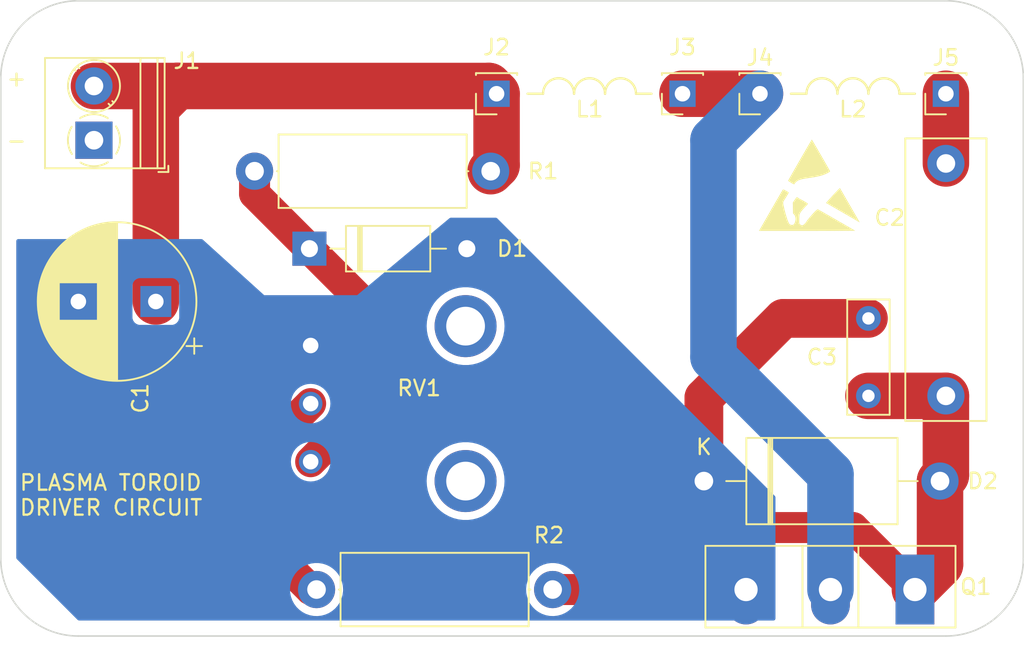
<source format=kicad_pcb>
(kicad_pcb (version 20211014) (generator pcbnew)
  (layers (0 "F.Cu" signal) (31 "B.Cu" signal) (34 "B.Paste" user) (35 "F.Paste" user) (36 "B.SilkS" user "B.Silkscreen") (37 "F.SilkS" user "F.Silkscreen") (38 "B.Mask" user) (39 "F.Mask" user) (44 "Edge.Cuts" user))
  (net 0 "")
  (net 1 "Net-(J3-Pad1)")
  (net 2 "GND")
  (net 3 "Net-(C2-Pad1)")
  (net 4 "Net-(C2-Pad2)")
  (net 5 "Net-(D1-Pad1)")
  (net 6 "+15V")
  (net 7 "Net-(R2-Pad2)")
  (footprint "Capacitor_THT:C_Rect_L7.2mm_W2.5mm_P5.00mm_FKS2_FKP2_MKS2_MKP2" (layer "F.Cu") (at 216 111.5 90)
    (fp_text reference "C3" (at 2.5 -3 180) (layer "F.SilkS"))
    (fp_text value "4.7n" hide)
    (fp_line (start -1.22 1.37) (end 6.22 1.37) (layer "F.SilkS") (width 0.12))
    (fp_line (start 6.22 -1.37) (end 6.22 1.37) (layer "F.SilkS") (width 0.12))
    (fp_line (start -1.22 -1.37) (end -1.22 1.37) (layer "F.SilkS") (width 0.12))
    (fp_line (start -1.22 -1.37) (end 6.22 -1.37) (layer "F.SilkS") (width 0.12))
    (pad "1" thru_hole circle (at 0 0 90) (size 1.6 1.6) (drill 0.8) (layers *.Cu *.Mask) (net 4 "Net-(C2-Pad2)"))
    (pad "2" thru_hole circle (at 5 0 90) (size 1.6 1.6) (drill 0.8) (layers *.Cu *.Mask) (net 2 "GND"))
  )
  (footprint "Capacitor_THT:C_Rect_L18.0mm_W5.0mm_P15.00mm_FKS3_FKP3" (layer "F.Cu") (at 221 96.5 -90)
    (fp_text reference "C2" (at 3.5 3.63 180) (layer "F.SilkS"))
    (fp_text value "100p" hide)
    (fp_line (start 16.62 -2.62) (end 16.62 2.62) (layer "F.SilkS") (width 0.12))
    (fp_line (start -1.62 -2.62) (end -1.62 2.62) (layer "F.SilkS") (width 0.12))
    (fp_line (start -1.62 2.62) (end 16.62 2.62) (layer "F.SilkS") (width 0.12))
    (fp_line (start -1.62 -2.62) (end 16.62 -2.62) (layer "F.SilkS") (width 0.12))
    (pad "1" thru_hole circle (at 0 0 270) (size 2.4 2.4) (drill 1.2) (layers *.Cu *.Mask) (net 3 "Net-(C2-Pad1)"))
    (pad "2" thru_hole circle (at 15 0 270) (size 2.4 2.4) (drill 1.2) (layers *.Cu *.Mask) (net 4 "Net-(C2-Pad2)"))
  )
  (footprint "Connector_PinSocket_2.54mm:PinSocket_1x01_P2.54mm_Vertical" (layer "F.Cu") (at 221 92 180)
    (fp_text reference "J5" (at 0 2.33) (layer "F.SilkS"))
    (fp_text value "Conn_01x01" hide)
    (fp_line (start 1.33 -1.33) (end 1.33 0) (layer "F.SilkS") (width 0.12))
    (fp_line (start 0 -1.33) (end 1.33 -1.33) (layer "F.SilkS") (width 0.12))
    (fp_line (start -1.33 1.21) (end -1.33 1.33) (layer "F.SilkS") (width 0.12))
    (fp_line (start 1.33 1.21) (end 1.33 1.33) (layer "F.SilkS") (width 0.12))
    (fp_line (start -1.33 1.33) (end 1.33 1.33) (layer "F.SilkS") (width 0.12))
    (pad "1" thru_hole rect (at 0 0 180) (size 1.7 1.7) (drill 1) (layers *.Cu *.Mask) (net 3 "Net-(C2-Pad1)"))
  )
  (footprint "Diode_THT:D_DO-41_SOD81_P10.16mm_Horizontal" (layer "F.Cu") (at 179.92 102)
    (fp_text reference "D1" (at 13.08 0) (layer "F.SilkS"))
    (fp_text value "12v" hide)
    (fp_line (start 3.38 -1.47) (end 3.38 1.47) (layer "F.SilkS") (width 0.12))
    (fp_line (start 1.34 0) (end 2.36 0) (layer "F.SilkS") (width 0.12))
    (fp_line (start 7.8 1.47) (end 7.8 -1.47) (layer "F.SilkS") (width 0.12))
    (fp_line (start 8.82 0) (end 7.8 0) (layer "F.SilkS") (width 0.12))
    (fp_line (start 2.36 1.47) (end 7.8 1.47) (layer "F.SilkS") (width 0.12))
    (fp_line (start 7.8 -1.47) (end 2.36 -1.47) (layer "F.SilkS") (width 0.12))
    (fp_line (start 3.14 -1.47) (end 3.14 1.47) (layer "F.SilkS") (width 0.12))
    (fp_line (start 2.36 -1.47) (end 2.36 1.47) (layer "F.SilkS") (width 0.12))
    (fp_line (start 3.26 -1.47) (end 3.26 1.47) (layer "F.SilkS") (width 0.12))
    (pad "1" thru_hole rect (at 0 0) (size 2.2 2.2) (drill 1.1) (layers *.Cu *.Mask) (net 5 "Net-(D1-Pad1)"))
    (pad "2" thru_hole oval (at 10.16 0) (size 2.2 2.2) (drill 1.1) (layers *.Cu *.Mask) (net 2 "GND"))
  )
  (footprint "Symbol:ESD-Logo_6.6x6mm_SilkScreen" (layer "F.Cu") (at 212.1916 97.8916)
    (fp_text reference "REF**" hide)
    (fp_text value "ESD-Logo_6.6x6mm_SilkScreen" hide)
    (fp_poly (pts (xy 0.164043 -2.914165) (xy 0.187065 -2.876755) (xy 0.222534 -2.817486) (xy 0.268996 -2.738882) (xy 0.324996 -2.643462) (xy 0.389081 -2.53375) (xy 0.459796 -2.412266) (xy 0.535687 -2.281532) (xy 0.615299 -2.14407) (xy 0.697178 -2.002402) (xy 0.77987 -1.859049) (xy 0.861921 -1.716533) (xy 0.941876 -1.577376) (xy 1.018281 -1.444099) (xy 1.089682 -1.319224) (xy 1.154624 -1.205273) (xy 1.211653 -1.104767) (xy 1.259315 -1.020228) (xy 1.296155 -0.954178) (xy 1.32072 -0.909138) (xy 1.331554 -0.88763) (xy 1.331951 -0.886286) (xy 1.318501 -0.868035) (xy 1.281114 -0.840118) (xy 1.224235 -0.805275) (xy 1.152312 -0.766246) (xy 1.077015 -0.729157) (xy 0.97456 -0.684183) (xy 0.866817 -0.643774) (xy 0.750073 -0.607031) (xy 0.620618 -0.573058) (xy 0.47474 -0.540956) (xy 0.308726 -0.509827) (xy 0.118866 -0.478773) (xy -0.077531 -0.449855) (xy -0.248166 -0.4242) (xy -0.391455 -0.398802) (xy -0.510992 -0.372398) (xy -0.61037 -0.343727) (xy -0.693182 -0.311527) (xy -0.763022 -0.274535) (xy -0.823482 -0.231488) (xy -0.878155 -0.181125) (xy -0.895786 -0.162417) (xy -0.934 -0.118861) (xy -0.962268 -0.083318) (xy -0.975382 -0.062417) (xy -0.975732 -0.060703) (xy -0.98032 -0.050194) (xy -0.996242 -0.050076) (xy -1.026734 -0.061746) (xy -1.075032 -0.086604) (xy -1.144373 -0.126048) (xy -1.192561 -0.154413) (xy -1.264417 -0.198753) (xy -1.320258 -0.236721) (xy -1.356333 -0.265584) (xy -1.368887 -0.282612) (xy -1.368879 -0.282736) (xy -1.361094 -0.298963) (xy -1.339108 -0.3396) (xy -1.304197 -0.402433) (xy -1.257637 -0.485248) (xy -1.200705 -0.585828) (xy -1.134677 -0.70196) (xy -1.060828 -0.831429) (xy -0.980436 -0.97202) (xy -0.894776 -1.121518) (xy -0.805124 -1.277708) (xy -0.712757 -1.438376) (xy -0.618951 -1.601307) (xy -0.524982 -1.764287) (xy -0.432126 -1.9251) (xy -0.34166 -2.081532) (xy -0.254859 -2.231367) (xy -0.173 -2.372392) (xy -0.097359 -2.502391) (xy -0.029213 -2.619151) (xy 0.030163 -2.720455) (xy 0.079493 -2.804089) (xy 0.1175 -2.867838) (xy 0.142907 -2.909489) (xy 0.15444 -2.926825) (xy 0.154923 -2.927195) (xy 0.164043 -2.914165)) (layer "F.SilkS") (width 0.01) (fill solid))
    (fp_poly (pts (xy -1.677906 0.291158) (xy -1.645381 0.303736) (xy -1.595807 0.328712) (xy -1.524626 0.367876) (xy -1.519084 0.370988) (xy -1.453526 0.408476) (xy -1.398202 0.441319) (xy -1.358545 0.466205) (xy -1.339988 0.47982) (xy -1.339469 0.480487) (xy -1.343952 0.49939) (xy -1.364514 0.541605) (xy -1.399817 0.604832) (xy -1.44852 0.686772) (xy -1.509282 0.785122) (xy -1.580764 0.897585) (xy -1.598555 0.925165) (xy -1.644907 1.001699) (xy -1.678658 1.067556) (xy -1.696847 1.116782) (xy -1.698714 1.126507) (xy -1.697885 1.169312) (xy -1.688606 1.237209) (xy -1.672032 1.325843) (xy -1.64932 1.430859) (xy -1.621627 1.547902) (xy -1.59011 1.672616) (xy -1.555925 1.800645) (xy -1.520229 1.927634) (xy -1.484179 2.049228) (xy -1.448932 2.161072) (xy -1.415644 2.25881) (xy -1.385472 2.338087) (xy -1.364439 2.385122) (xy -1.339663 2.435225) (xy -1.31627 2.483168) (xy -1.315003 2.485793) (xy -1.276301 2.53422) (xy -1.219816 2.566828) (xy -1.154061 2.582454) (xy -1.087549 2.579937) (xy -1.028795 2.558114) (xy -0.995742 2.529382) (xy -0.948141 2.450583) (xy -0.913261 2.352378) (xy -0.894123 2.244779) (xy -0.891412 2.18378) (xy -0.90233 2.069935) (xy -0.934376 1.97566) (xy -0.989274 1.896379) (xy -1.006393 1.878733) (xy -1.057339 1.829235) (xy -1.060837 1.479362) (xy -1.064336 1.129489) (xy -0.975182 0.994531) (xy -0.933346 0.933445) (xy -0.893055 0.878493) (xy -0.860057 0.837336) (xy -0.845874 0.822192) (xy -0.805719 0.78481) (xy -0.751335 0.814098) (xy -0.716961 0.835084) (xy -0.698154 0.851378) (xy -0.696951 0.854307) (xy -0.684097 0.866728) (xy -0.662104 0.875977) (xy -0.64085 0.884313) (xy -0.608306 0.900149) (xy -0.561678 0.925033) (xy -0.498171 0.960509) (xy -0.414992 1.008123) (xy -0.309347 1.069422) (xy -0.251938 1.102932) (xy -0.184406 1.143071) (xy -0.140115 1.171659) (xy -0.115145 1.192039) (xy -0.105577 1.207553) (xy -0.107492 1.221546) (xy -0.109089 1.224796) (xy -0.124624 1.245266) (xy -0.157864 1.283665) (xy -0.204938 1.335696) (xy -0.261972 1.397066) (xy -0.3113 1.44909) (xy -0.42497 1.572567) (xy -0.513895 1.679591) (xy -0.578866 1.77124) (xy -0.620679 1.848588) (xy -0.634783 1.887866) (xy -0.640608 1.922249) (xy -0.646625 1.980899) (xy -0.652304 2.057117) (xy -0.657116 2.144202) (xy -0.659381 2.199268) (xy -0.662541 2.294464) (xy -0.663931 2.364062) (xy -0.663142 2.413409) (xy -0.659765 2.447854) (xy -0.653392 2.472743) (xy -0.643613 2.493425) (xy -0.635933 2.506053) (xy -0.591579 2.554726) (xy -0.534426 2.588645) (xy -0.474292 2.603438) (xy -0.429227 2.598086) (xy -0.388424 2.57493) (xy -0.337276 2.533462) (xy -0.282958 2.480912) (xy -0.232643 2.424516) (xy -0.193506 2.371505) (xy -0.179095 2.345889) (xy -0.157509 2.310814) (xy -0.118247 2.257389) (xy -0.064898 2.189789) (xy -0.001048 2.11219) (xy 0.069715 2.028768) (xy 0.143804 1.943698) (xy 0.217632 1.861155) (xy 0.287611 1.785316) (xy 0.350155 1.720356) (xy 0.39926 1.672669) (xy 0.453779 1.625032) (xy 0.499642 1.589908) (xy 0.531811 1.570949) (xy 0.542489 1.568864) (xy 0.558853 1.577274) (xy 0.599671 1.599846) (xy 0.662586 1.635224) (xy 0.745244 1.682054) (xy 0.845289 1.738981) (xy 0.960366 1.804649) (xy 1.088119 1.877703) (xy 1.226194 1.956788) (xy 1.372234 2.040548) (xy 1.523884 2.127629) (xy 1.67879 2.216676) (xy 1.834595 2.306332) (xy 1.988944 2.395243) (xy 2.139482 2.482054) (xy 2.283854 2.565409) (xy 2.419704 2.643954) (xy 2.544677 2.716333) (xy 2.656417 2.78119) (xy 2.75257 2.837171) (xy 2.830779 2.88292) (xy 2.888689 2.917083) (xy 2.923946 2.938304) (xy 2.934165 2.944963) (xy 2.920402 2.94628) (xy 2.877104 2.947559) (xy 2.805714 2.948796) (xy 2.707673 2.949983) (xy 2.584422 2.951115) (xy 2.437403 2.952186) (xy 2.268057 2.953189) (xy 2.077826 2.954119) (xy 1.868151 2.954968) (xy 1.640473 2.955732) (xy 1.396235 2.956403) (xy 1.136877 2.956976) (xy 0.863841 2.957444) (xy 0.578568 2.957802) (xy 0.2825 2.958042) (xy -0.022921 2.958159) (xy -0.151076 2.958171) (xy -3.25103 2.958171) (xy -3.029947 2.574847) (xy -2.983144 2.49368) (xy -2.922898 2.389166) (xy -2.851222 2.264801) (xy -2.770131 2.124082) (xy -2.681638 1.970503) (xy -2.58776 1.807562) (xy -2.490509 1.638754) (xy -2.3919 1.467575) (xy -2.293947 1.297521) (xy -2.269175 1.254512) (xy -2.178848 1.097857) (xy -2.092711 0.948803) (xy -2.012058 0.809568) (xy -1.938184 0.682371) (xy -1.872383 0.569432) (xy -1.81595 0.472968) (xy -1.770179 0.3952) (xy -1.736365 0.338346) (xy -1.715802 0.304625) (xy -1.710047 0.29604) (xy -1.697942 0.289189) (xy -1.677906 0.291158)) (layer "F.SilkS") (width 0.01) (fill solid))
    (fp_poly (pts (xy 1.987528 0.234619) (xy 1.998908 0.253693) (xy 2.024488 0.297421) (xy 2.063002 0.363619) (xy 2.113186 0.450102) (xy 2.173775 0.554685) (xy 2.243503 0.675183) (xy 2.321107 0.809412) (xy 2.40532 0.955187) (xy 2.494879 1.110323) (xy 2.586998 1.27) (xy 2.681076 1.433117) (xy 2.771402 1.589709) (xy 2.856665 1.737506) (xy 2.935557 1.87424) (xy 3.006769 1.997642) (xy 3.068991 2.105444) (xy 3.120913 2.195377) (xy 3.161228 2.265173) (xy 3.188624 2.312564) (xy 3.201507 2.334786) (xy 3.222507 2.37233) (xy 3.233925 2.395831) (xy 3.234551 2.39992) (xy 3.220636 2.392242) (xy 3.181941 2.370203) (xy 3.120487 2.334971) (xy 3.038298 2.287711) (xy 2.937396 2.229589) (xy 2.819805 2.161771) (xy 2.687546 2.085424) (xy 2.542642 2.001714) (xy 2.387117 1.911806) (xy 2.222992 1.816867) (xy 2.160549 1.780732) (xy 1.993487 1.684083) (xy 1.834074 1.591938) (xy 1.684355 1.505475) (xy 1.546376 1.425871) (xy 1.422185 1.354305) (xy 1.313827 1.291955) (xy 1.223348 1.239998) (xy 1.152796 1.199613) (xy 1.104215 1.171978) (xy 1.079654 1.158272) (xy 1.077085 1.156974) (xy 1.084569 1.14522) (xy 1.110614 1.113795) (xy 1.152559 1.065594) (xy 1.207746 1.00351) (xy 1.273517 0.930439) (xy 1.347212 0.849276) (xy 1.426173 0.762916) (xy 1.50774 0.674253) (xy 1.589254 0.586182) (xy 1.668057 0.501599) (xy 1.74149 0.423397) (xy 1.806893 0.354472) (xy 1.861608 0.297719) (xy 1.902977 0.256032) (xy 1.917164 0.242363) (xy 1.96418 0.198201) (xy 1.987528 0.234619)) (layer "F.SilkS") (width 0.01) (fill solid))
  )
  (footprint "Capacitor_THT:CP_Radial_D10.0mm_P5.00mm" (layer "F.Cu") (at 170.007677 105.41 180)
    (fp_text reference "C1" (at 1 -6.25 90) (layer "F.SilkS"))
    (fp_text value "10u" hide)
    (fp_line (start 6.541 -3.106) (end 6.541 3.106) (layer "F.SilkS") (width 0.12))
    (fp_line (start 4.781 -4.545) (end 4.781 -1.241) (layer "F.SilkS") (width 0.12))
    (fp_line (start 5.261 -4.273) (end 5.261 -1.241) (layer "F.SilkS") (width 0.12))
    (fp_line (start 4.301 -4.754) (end 4.301 -1.241) (layer "F.SilkS") (width 0.12))
    (fp_line (start 7.061 -2.289) (end 7.061 2.289) (layer "F.SilkS") (width 0.12))
    (fp_line (start 4.461 -4.69) (end 4.461 -1.241) (layer "F.SilkS") (width 0.12))
    (fp_line (start 4.981 -4.44) (end 4.981 -1.241) (layer "F.SilkS") (width 0.12))
    (fp_line (start 4.661 -4.603) (end 4.661 -1.241) (layer "F.SilkS") (width 0.12))
    (fp_line (start 3.421 -4.997) (end 3.421 4.997) (layer "F.SilkS") (width 0.12))
    (fp_line (start 4.421 1.241) (end 4.421 4.707) (layer "F.SilkS") (width 0.12))
    (fp_line (start 5.981 -3.716) (end 5.981 -1.241) (layer "F.SilkS") (width 0.12))
    (fp_line (start 5.341 -4.221) (end 5.341 -1.241) (layer "F.SilkS") (width 0.12))
    (fp_line (start 4.741 1.241) (end 4.741 4.564) (layer "F.SilkS") (width 0.12))
    (fp_line (start 4.581 -4.639) (end 4.581 -1.241) (layer "F.SilkS") (width 0.12))
    (fp_line (start 4.901 1.241) (end 4.901 4.483) (layer "F.SilkS") (width 0.12))
    (fp_line (start 5.741 1.241) (end 5.741 3.925) (layer "F.SilkS") (width 0.12))
    (fp_line (start 6.421 -3.254) (end 6.421 3.254) (layer "F.SilkS") (width 0.12))
    (fp_line (start 4.381 1.241) (end 4.381 4.723) (layer "F.SilkS") (width 0.12))
    (fp_line (start 5.381 -4.194) (end 5.381 -1.241) (layer "F.SilkS") (width 0.12))
    (fp_line (start 5.021 -4.417) (end 5.021 -1.241) (layer "F.SilkS") (width 0.12))
    (fp_line (start 3.581 -4.965) (end 3.581 4.965) (layer "F.SilkS") (width 0.12))
    (fp_line (start 3.541 -4.974) (end 3.541 4.974) (layer "F.SilkS") (width 0.12))
    (fp_line (start 4.701 1.241) (end 4.701 4.584) (layer "F.SilkS") (width 0.12))
    (fp_line (start 6.221 1.241) (end 6.221 3.478) (layer "F.SilkS") (width 0.12))
    (fp_line (start 4.421 -4.707) (end 4.421 -1.241) (layer "F.SilkS") (width 0.12))
    (fp_line (start 4.701 -4.584) (end 4.701 -1.241) (layer "F.SilkS") (width 0.12))
    (fp_line (start 5.861 -3.824) (end 5.861 -1.241) (layer "F.SilkS") (width 0.12))
    (fp_line (start 3.261 -5.024) (end 3.261 5.024) (layer "F.SilkS") (width 0.12))
    (fp_line (start 5.821 -3.858) (end 5.821 -1.241) (layer "F.SilkS") (width 0.12))
    (fp_line (start 2.94 -5.062) (end 2.94 5.062) (layer "F.SilkS") (width 0.12))
    (fp_line (start 3.461 -4.99) (end 3.461 4.99) (layer "F.SilkS") (width 0.12))
    (fp_line (start 4.101 1.241) (end 4.101 4.824) (layer "F.SilkS") (width 0.12))
    (fp_line (start 6.061 -3.64) (end 6.061 -1.241) (layer "F.SilkS") (width 0.12))
    (fp_line (start 4.021 1.241) (end 4.021 4.85) (layer "F.SilkS") (width 0.12))
    (fp_line (start 5.061 -4.395) (end 5.061 -1.241) (layer "F.SilkS") (width 0.12))
    (fp_line (start 4.661 1.241) (end 4.661 4.603) (layer "F.SilkS") (width 0.12))
    (fp_line (start 3.02 -5.054) (end 3.02 5.054) (layer "F.SilkS") (width 0.12))
    (fp_line (start 6.141 1.241) (end 6.141 3.561) (layer "F.SilkS") (width 0.12))
    (fp_line (start 6.261 -3.436) (end 6.261 3.436) (layer "F.SilkS") (width 0.12))
    (fp_line (start 6.581 -3.054) (end 6.581 3.054) (layer "F.SilkS") (width 0.12))
    (fp_line (start 5.461 -4.138) (end 5.461 -1.241) (layer "F.SilkS") (width 0.12))
    (fp_line (start 3.381 -5.004) (end 3.381 5.004) (layer "F.SilkS") (width 0.12))
    (fp_line (start 5.541 -4.08) (end 5.541 -1.241) (layer "F.SilkS") (width 0.12))
    (fp_line (start 4.101 -4.824) (end 4.101 -1.241) (layer "F.SilkS") (width 0.12))
    (fp_line (start 5.781 -3.892) (end 5.781 -1.241) (layer "F.SilkS") (width 0.12))
    (fp_line (start 5.541 1.241) (end 5.541 4.08) (layer "F.SilkS") (width 0.12))
    (fp_line (start 5.141 -4.347) (end 5.141 -1.241) (layer "F.SilkS") (width 0.12))
    (fp_line (start 5.061 1.241) (end 5.061 4.395) (layer "F.SilkS") (width 0.12))
    (fp_line (start 5.821 1.241) (end 5.821 3.858) (layer "F.SilkS") (width 0.12))
    (fp_line (start 6.821 -2.709) (end 6.821 2.709) (layer "F.SilkS") (width 0.12))
    (fp_line (start 6.981 -2.439) (end 6.981 2.439) (layer "F.SilkS") (width 0.12))
    (fp_line (start 3.221 -5.03) (end 3.221 5.03) (layer "F.SilkS") (width 0.12))
    (fp_line (start 6.701 -2.889) (end 6.701 2.889) (layer "F.SilkS") (width 0.12))
    (fp_line (start 6.101 -3.601) (end 6.101 -1.241) (layer "F.SilkS") (width 0.12))
    (fp_line (start 5.181 -4.323) (end 5.181 -1.241) (layer "F.SilkS") (width 0.12))
    (fp_line (start 6.781 -2.77) (end 6.781 2.77) (layer "F.SilkS") (width 0.12))
    (fp_line (start 4.261 1.241) (end 4.261 4.768) (layer "F.SilkS") (width 0.12))
    (fp_line (start 4.261 -4.768) (end 4.261 -1.241) (layer "F.SilkS") (width 0.12))
    (fp_line (start 2.78 -5.073) (end 2.78 5.073) (layer "F.SilkS") (width 0.12))
    (fp_line (start 4.141 1.241) (end 4.141 4.811) (layer "F.SilkS") (width 0.12))
    (fp_line (start 5.981 1.241) (end 5.981 3.716) (layer "F.SilkS") (width 0.12))
    (fp_line (start 4.221 -4.783) (end 4.221 -1.241) (layer "F.SilkS") (width 0.12))
    (fp_line (start 5.101 1.241) (end 5.101 4.371) (layer "F.SilkS") (width 0.12))
    (fp_line (start 2.82 -5.07) (end 2.82 5.07) (layer "F.SilkS") (width 0.12))
    (fp_line (start 5.621 1.241) (end 5.621 4.02) (layer "F.SilkS") (width 0.12))
    (fp_line (start 2.7 -5.077) (end 2.7 5.077) (layer "F.SilkS") (width 0.12))
    (fp_line (start 2.66 -5.078) (end 2.66 5.078) (layer "F.SilkS") (width 0.12))
    (fp_line (start 7.541 -0.862) (end 7.541 0.862) (layer "F.SilkS") (width 0.12))
    (fp_line (start 3.901 1.241) (end 3.901 4.885) (layer "F.SilkS") (width 0.12))
    (fp_line (start 7.221 -1.944) (end 7.221 1.944) (layer "F.SilkS") (width 0.12))
    (fp_line (start 7.181 -2.037) (end 7.181 2.037) (layer "F.SilkS") (width 0.12))
    (fp_line (start 5.261 1.241) (end 5.261 4.273) (layer "F.SilkS") (width 0.12))
    (fp_line (start 2.58 -5.08) (end 2.58 5.08) (layer "F.SilkS") (width 0.12))
    (fp_line (start 2.5 -5.08) (end 2.5 5.08) (layer "F.SilkS") (width 0.12))
    (fp_line (start 3.301 -5.018) (end 3.301 5.018) (layer "F.SilkS") (width 0.12))
    (fp_line (start 5.461 1.241) (end 5.461 4.138) (layer "F.SilkS") (width 0.12))
    (fp_line (start 6.661 -2.945) (end 6.661 2.945) (layer "F.SilkS") (width 0.12))
    (fp_line (start 3.14 -5.04) (end 3.14 5.04) (layer "F.SilkS") (width 0.12))
    (fp_line (start 5.661 -3.989) (end 5.661 -1.241) (layer "F.SilkS") (width 0.12))
    (fp_line (start 7.341 -1.63) (end 7.341 1.63) (layer "F.SilkS") (width 0.12))
    (fp_line (start 5.901 1.241) (end 5.901 3.789) (layer "F.SilkS") (width 0.12))
    (fp_line (start 4.941 1.241) (end 4.941 4.462) (layer "F.SilkS") (width 0.12))
    (fp_line (start 4.381 -4.723) (end 4.381 -1.241) (layer "F.SilkS") (width 0.12))
    (fp_line (start 5.021 1.241) (end 5.021 4.417) (layer "F.SilkS") (width 0.12))
    (fp_line (start 4.021 -4.85) (end 4.021 -1.241) (layer "F.SilkS") (width 0.12))
    (fp_line (start 2.98 -5.058) (end 2.98 5.058) (layer "F.SilkS") (width 0.12))
    (fp_line (start 5.101 -4.371) (end 5.101 -1.241) (layer "F.SilkS") (width 0.12))
    (fp_line (start 5.701 -3.957) (end 5.701 -1.241) (layer "F.SilkS") (width 0.12))
    (fp_line (start 2.54 -5.08) (end 2.54 5.08) (layer "F.SilkS") (width 0.12))
    (fp_line (start 4.741 -4.564) (end 4.741 -1.241) (layer "F.SilkS") (width 0.12))
    (fp_line (start 6.301 -3.392) (end 6.301 3.392) (layer "F.SilkS") (width 0.12))
    (fp_line (start 4.901 -4.483) (end 4.901 -1.241) (layer "F.SilkS") (width 0.12))
    (fp_line (start 6.061 1.241) (end 6.061 3.64) (layer "F.SilkS") (width 0.12))
    (fp_line (start 4.341 1.241) (end 4.341 4.738) (layer "F.SilkS") (width 0.12))
    (fp_line (start 6.461 -3.206) (end 6.461 3.206) (layer "F.SilkS") (width 0.12))
    (fp_line (start -2.479646 -3.375) (end -2.479646 -2.375) (layer "F.SilkS") (width 0.12))
    (fp_line (start 4.061 1.241) (end 4.061 4.837) (layer "F.SilkS") (width 0.12))
    (fp_line (start 6.901 -2.579) (end 6.901 2.579) (layer "F.SilkS") (width 0.12))
    (fp_line (start 5.421 1.241) (end 5.421 4.166) (layer "F.SilkS") (width 0.12))
    (fp_line (start 5.781 1.241) (end 5.781 3.892) (layer "F.SilkS") (width 0.12))
    (fp_line (start 2.9 -5.065) (end 2.9 5.065) (layer "F.SilkS") (width 0.12))
    (fp_line (start 6.021 1.241) (end 6.021 3.679) (layer "F.SilkS") (width 0.12))
    (fp_line (start 2.86 -5.068) (end 2.86 5.068) (layer "F.SilkS") (width 0.12))
    (fp_line (start 5.301 -4.247) (end 5.301 -1.241) (layer "F.SilkS") (width 0.12))
    (fp_line (start 5.181 1.241) (end 5.181 4.323) (layer "F.SilkS") (width 0.12))
    (fp_line (start 3.941 -4.874) (end 3.941 -1.241) (layer "F.SilkS") (width 0.12))
    (fp_line (start 5.941 -3.753) (end 5.941 -1.241) (layer "F.SilkS") (width 0.12))
    (fp_line (start 6.021 -3.679) (end 6.021 -1.241) (layer "F.SilkS") (width 0.12))
    (fp_line (start 4.941 -4.462) (end 4.941 -1.241) (layer "F.SilkS") (width 0.12))
    (fp_line (start 4.821 1.241) (end 4.821 4.525) (layer "F.SilkS") (width 0.12))
    (fp_line (start 3.661 -4.947) (end 3.661 4.947) (layer "F.SilkS") (width 0.12))
    (fp_line (start 4.621 -4.621) (end 4.621 -1.241) (layer "F.SilkS") (width 0.12))
    (fp_line (start 5.501 1.241) (end 5.501 4.11) (layer "F.SilkS") (width 0.12))
    (fp_line (start 4.581 1.241) (end 4.581 4.639) (layer "F.SilkS") (width 0.12))
    (fp_line (start 7.421 -1.378) (end 7.421 1.378) (layer "F.SilkS") (width 0.12))
    (fp_line (start 3.901 -4.885) (end 3.901 -1.241) (layer "F.SilkS") (width 0.12))
    (fp_line (start 3.861 -4.897) (end 3.861 -1.241) (layer "F.SilkS") (width 0.12))
    (fp_line (start 5.381 1.241) (end 5.381 4.194) (layer "F.SilkS") (width 0.12))
    (fp_line (start 3.981 1.241) (end 3.981 4.862) (layer "F.SilkS") (width 0.12))
    (fp_line (start 7.501 -1.062) (end 7.501 1.062) (layer "F.SilkS") (width 0.12))
    (fp_line (start 5.661 1.241) (end 5.661 3.989) (layer "F.SilkS") (width 0.12))
    (fp_line (start 4.221 1.241) (end 4.221 4.783) (layer "F.SilkS") (width 0.12))
    (fp_line (start 4.181 -4.797) (end 4.181 -1.241) (layer "F.SilkS") (width 0.12))
    (fp_line (start 7.101 -2.209) (end 7.101 2.209) (layer "F.SilkS") (width 0.12))
    (fp_line (start 5.421 -4.166) (end 5.421 -1.241) (layer "F.SilkS") (width 0.12))
    (fp_line (start 3.701 -4.938) (end 3.701 4.938) (layer "F.SilkS") (width 0.12))
    (fp_line (start 3.861 1.241) (end 3.861 4.897) (layer "F.SilkS") (width 0.12))
    (fp_line (start 4.301 1.241) (end 4.301 4.754) (layer "F.SilkS") (width 0.12))
    (fp_line (start 6.941 -2.51) (end 6.941 2.51) (layer "F.SilkS") (width 0.12))
    (fp_line (start 3.501 -4.982) (end 3.501 4.982) (layer "F.SilkS") (width 0.12))
    (fp_line (start 6.621 -3) (end 6.621 3) (layer "F.SilkS") (width 0.12))
    (fp_line (start 6.141 -3.561) (end 6.141 -1.241) (layer "F.SilkS") (width 0.12))
    (fp_line (start 6.181 -3.52) (end 6.181 -1.241) (layer "F.SilkS") (width 0.12))
    (fp_line (start 4.781 1.241) (end 4.781 4.545) (layer "F.SilkS") (width 0.12))
    (fp_line (start 7.021 -2.365) (end 7.021 2.365) (layer "F.SilkS") (width 0.12))
    (fp_line (start 3.781 -4.918) (end 3.781 -1.241) (layer "F.SilkS") (width 0.12))
    (fp_line (start 5.941 1.241) (end 5.941 3.753) (layer "F.SilkS") (width 0.12))
    (fp_line (start 4.861 -4.504) (end 4.861 -1.241) (layer "F.SilkS") (width 0.12))
    (fp_line (start 4.541 -4.657) (end 4.541 -1.241) (layer "F.SilkS") (width 0.12))
    (fp_line (start 4.341 -4.738) (end 4.341 -1.241) (layer "F.SilkS") (width 0.12))
    (fp_line (start 7.381 -1.51) (end 7.381 1.51) (layer "F.SilkS") (width 0.12))
    (fp_line (start 3.821 -4.907) (end 3.821 -1.241) (layer "F.SilkS") (width 0.12))
    (fp_line (start 4.861 1.241) (end 4.861 4.504) (layer "F.SilkS") (width 0.12))
    (fp_line (start 5.621 -4.02) (end 5.621 -1.241) (layer "F.SilkS") (width 0.12))
    (fp_line (start 4.621 1.241) (end 4.621 4.621) (layer "F.SilkS") (width 0.12))
    (fp_line (start 2.74 -5.075) (end 2.74 5.075) (layer "F.SilkS") (width 0.12))
    (fp_line (start 5.341 1.241) (end 5.341 4.221) (layer "F.SilkS") (width 0.12))
    (fp_line (start 5.221 -4.298) (end 5.221 -1.241) (layer "F.SilkS") (width 0.12))
    (fp_line (start 4.181 1.241) (end 4.181 4.797) (layer "F.SilkS") (width 0.12))
    (fp_line (start 5.901 -3.789) (end 5.901 -1.241) (layer "F.SilkS") (width 0.12))
    (fp_line (start 4.461 1.241) (end 4.461 4.69) (layer "F.SilkS") (width 0.12))
    (fp_line (start 6.101 1.241) (end 6.101 3.601) (layer "F.SilkS") (width 0.12))
    (fp_line (start 6.181 1.241) (end 6.181 3.52) (layer "F.SilkS") (width 0.12))
    (fp_line (start -2.979646 -2.875) (end -1.979646 -2.875) (layer "F.SilkS") (width 0.12))
    (fp_line (start 7.301 -1.742) (end 7.301 1.742) (layer "F.SilkS") (width 0.12))
    (fp_line (start 6.501 -3.156) (end 6.501 3.156) (layer "F.SilkS") (width 0.12))
    (fp_line (start 4.821 -4.525) (end 4.821 -1.241) (layer "F.SilkS") (width 0.12))
    (fp_line (start 3.06 -5.05) (end 3.06 5.05) (layer "F.SilkS") (width 0.12))
    (fp_line (start 3.741 -4.928) (end 3.741 4.928) (layer "F.SilkS") (width 0.12))
    (fp_line (start 3.941 1.241) (end 3.941 4.874) (layer "F.SilkS") (width 0.12))
    (fp_line (start 4.141 -4.811) (end 4.141 -1.241) (layer "F.SilkS") (width 0.12))
    (fp_line (start 5.861 1.241) (end 5.861 3.824) (layer "F.SilkS") (width 0.12))
    (fp_line (start 5.301 1.241) (end 5.301 4.247) (layer "F.SilkS") (width 0.12))
    (fp_line (start 5.701 1.241) (end 5.701 3.957) (layer "F.SilkS") (width 0.12))
    (fp_line (start 3.18 -5.035) (end 3.18 5.035) (layer "F.SilkS") (width 0.12))
    (fp_line (start 6.381 -3.301) (end 6.381 3.301) (layer "F.SilkS") (width 0.12))
    (fp_line (start 5.501 -4.11) (end 5.501 -1.241) (layer "F.SilkS") (width 0.12))
    (fp_line (start 3.781 1.241) (end 3.781 4.918) (layer "F.SilkS") (width 0.12))
    (fp_line (start 4.501 -4.674) (end 4.501 -1.241) (layer "F.SilkS") (width 0.12))
    (fp_line (start 5.581 -4.05) (end 5.581 -1.241) (layer "F.SilkS") (width 0.12))
    (fp_line (start 3.1 -5.045) (end 3.1 5.045) (layer "F.SilkS") (width 0.12))
    (fp_line (start 5.741 -3.925) (end 5.741 -1.241) (layer "F.SilkS") (width 0.12))
    (fp_line (start 3.621 -4.956) (end 3.621 4.956) (layer "F.SilkS") (width 0.12))
    (fp_line (start 5.581 1.241) (end 5.581 4.05) (layer "F.SilkS") (width 0.12))
    (fp_line (start 4.981 1.241) (end 4.981 4.44) (layer "F.SilkS") (width 0.12))
    (fp_line (start 6.221 -3.478) (end 6.221 -1.241) (layer "F.SilkS") (width 0.12))
    (fp_line (start 3.341 -5.011) (end 3.341 5.011) (layer "F.SilkS") (width 0.12))
    (fp_line (start 6.861 -2.645) (end 6.861 2.645) (layer "F.SilkS") (width 0.12))
    (fp_line (start 6.741 -2.83) (end 6.741 2.83) (layer "F.SilkS") (width 0.12))
    (fp_line (start 6.341 -3.347) (end 6.341 3.347) (layer "F.SilkS") (width 0.12))
    (fp_line (start 3.981 -4.862) (end 3.981 -1.241) (layer "F.SilkS") (width 0.12))
    (fp_line (start 2.62 -5.079) (end 2.62 5.079) (layer "F.SilkS") (width 0.12))
    (fp_line (start 5.141 1.241) (end 5.141 4.347) (layer "F.SilkS") (width 0.12))
    (fp_line (start 4.061 -4.837) (end 4.061 -1.241) (layer "F.SilkS") (width 0.12))
    (fp_line (start 7.581 -0.599) (end 7.581 0.599) (layer "F.SilkS") (width 0.12))
    (fp_line (start 4.541 1.241) (end 4.541 4.657) (layer "F.SilkS") (width 0.12))
    (fp_line (start 3.821 1.241) (end 3.821 4.907) (layer "F.SilkS") (width 0.12))
    (fp_line (start 7.141 -2.125) (end 7.141 2.125) (layer "F.SilkS") (width 0.12))
    (fp_line (start 4.501 1.241) (end 4.501 4.674) (layer "F.SilkS") (width 0.12))
    (fp_line (start 7.261 -1.846) (end 7.261 1.846) (layer "F.SilkS") (width 0.12))
    (fp_line (start 5.221 1.241) (end 5.221 4.298) (layer "F.SilkS") (width 0.12))
    (fp_line (start 7.461 -1.23) (end 7.461 1.23) (layer "F.SilkS") (width 0.12))
    (fp_circle (center 2.5 0) (end 7.62 0) (layer "F.SilkS") (width 0.12) (fill none))
    (pad "1" thru_hole rect (at 0 0 180) (size 2 2) (drill 1) (layers *.Cu *.Mask) (net 6 "+15V"))
    (pad "2" thru_hole circle (at 5 0 180) (size 2 2) (drill 1) (layers *.Cu *.Mask) (net 2 "GND"))
  )
  (footprint "Potentiometer_THT:Bourns PDB12-H" (layer "F.Cu") (at 187 112 -90)
    (fp_text reference "RV1" (at -1 0 unlocked) (layer "F.SilkS"))
    (fp_text value "10k" hide)
    (pad "1" thru_hole circle (at -3.75 7 270) (size 1.524 1.524) (drill 1) (layers *.Cu *.Mask) (net 2 "GND"))
    (pad "2" thru_hole circle (at 0 7 270) (size 1.524 1.524) (drill 1) (layers *.Cu *.Mask) (net 7 "Net-(R2-Pad2)"))
    (pad "3" thru_hole circle (at 3.75 7 270) (size 1.524 1.524) (drill 1) (layers *.Cu *.Mask) (net 5 "Net-(D1-Pad1)"))
    (pad "4" thru_hole circle (at 5 -3 270) (size 4 4) (drill 2.5) (layers *.Cu *.Mask))
    (pad "4" thru_hole circle (at -5 -3 270) (size 4 4) (drill 2.5) (layers *.Mask "F.Cu" "In1.Cu" "B.Cu"))
  )
  (footprint "Connector_PinSocket_2.54mm:PinSocket_1x01_P2.54mm_Vertical" (layer "F.Cu") (at 204 92 180)
    (fp_text reference "J3" (at 0 3) (layer "F.SilkS"))
    (fp_text value "Conn_01x01" hide)
    (fp_line (start 1.33 -1.33) (end 1.33 0) (layer "F.SilkS") (width 0.12))
    (fp_line (start 1.33 1.21) (end 1.33 1.33) (layer "F.SilkS") (width 0.12))
    (fp_line (start -1.33 1.33) (end 1.33 1.33) (layer "F.SilkS") (width 0.12))
    (fp_line (start -1.33 1.21) (end -1.33 1.33) (layer "F.SilkS") (width 0.12))
    (fp_line (start 0 -1.33) (end 1.33 -1.33) (layer "F.SilkS") (width 0.12))
    (pad "1" thru_hole rect (at 0 0 180) (size 1.7 1.7) (drill 1) (layers *.Cu *.Mask) (net 1 "Net-(J3-Pad1)"))
  )
  (footprint "Diode_THT:D_DO-27_P15.24mm_Horizontal" (layer "F.Cu") (at 205.38 117)
    (fp_text reference "D2" (at 18 0) (layer "F.SilkS"))
    (fp_text value "15v" hide)
    (fp_text user "K" (at 0 -2.2) (layer "F.SilkS"))
    (fp_line (start 2.74 2.785) (end 12.5 2.785) (layer "F.SilkS") (width 0.12))
    (fp_line (start 2.74 -2.785) (end 2.74 2.785) (layer "F.SilkS") (width 0.12))
    (fp_line (start 12.5 -2.785) (end 2.74 -2.785) (layer "F.SilkS") (width 0.12))
    (fp_line (start 12.5 2.785) (end 12.5 -2.785) (layer "F.SilkS") (width 0.12))
    (fp_line (start 4.168 -2.785) (end 4.168 2.785) (layer "F.SilkS") (width 0.12))
    (fp_line (start 13.8 0) (end 12.5 0) (layer "F.SilkS") (width 0.12))
    (fp_line (start 4.288 -2.785) (end 4.288 2.785) (layer "F.SilkS") (width 0.12))
    (fp_line (start 4.408 -2.785) (end 4.408 2.785) (layer "F.SilkS") (width 0.12))
    (fp_line (start 1.44 0) (end 2.74 0) (layer "F.SilkS") (width 0.12))
    (pad "1" thru_hole rect (at 0 0) (size 2.4 2.4) (drill 1.2) (layers *.Cu *.Mask) (net 2 "GND"))
    (pad "2" thru_hole oval (at 15.24 0) (size 2.4 2.4) (drill 1.2) (layers *.Cu *.Mask) (net 4 "Net-(C2-Pad2)"))
  )
  (footprint "Connector_PinSocket_2.54mm:PinSocket_1x01_P2.54mm_Vertical" (layer "F.Cu") (at 209 92 180)
    (fp_text reference "J4" (at 0 2.33) (layer "F.SilkS"))
    (fp_text value "Conn_01x01" hide)
    (fp_line (start 1.33 -1.33) (end 1.33 0) (layer "F.SilkS") (width 0.12))
    (fp_line (start -1.33 1.21) (end -1.33 1.33) (layer "F.SilkS") (width 0.12))
    (fp_line (start 1.33 1.21) (end 1.33 1.33) (layer "F.SilkS") (width 0.12))
    (fp_line (start -1.33 1.33) (end 1.33 1.33) (layer "F.SilkS") (width 0.12))
    (fp_line (start 0 -1.33) (end 1.33 -1.33) (layer "F.SilkS") (width 0.12))
    (pad "1" thru_hole rect (at 0 0 180) (size 1.7 1.7) (drill 1) (layers *.Cu *.Mask) (net 1 "Net-(J3-Pad1)"))
  )
  (footprint "Connector_PinSocket_2.54mm:PinSocket_1x01_P2.54mm_Vertical" (layer "F.Cu") (at 192 92 180)
    (fp_text reference "J2" (at 0 3) (layer "F.SilkS"))
    (fp_text value "Conn_01x01" hide)
    (fp_line (start -1.33 1.21) (end -1.33 1.33) (layer "F.SilkS") (width 0.12))
    (fp_line (start -1.33 1.33) (end 1.33 1.33) (layer "F.SilkS") (width 0.12))
    (fp_line (start 0 -1.33) (end 1.33 -1.33) (layer "F.SilkS") (width 0.12))
    (fp_line (start 1.33 -1.33) (end 1.33 0) (layer "F.SilkS") (width 0.12))
    (fp_line (start 1.33 1.21) (end 1.33 1.33) (layer "F.SilkS") (width 0.12))
    (pad "1" thru_hole rect (at 0 0 180) (size 1.7 1.7) (drill 1) (layers *.Cu *.Mask) (net 6 "+15V"))
  )
  (footprint "Package_TO_SOT_THT:TO-247-3_Vertical" (layer "F.Cu") (at 219 124 180)
    (fp_text reference "Q1" (at -3.93 0.18) (layer "F.SilkS"))
    (fp_text value "IRFP260" hide)
    (fp_line (start 3.646 -2.451) (end 3.646 2.82) (layer "F.SilkS") (width 0.12))
    (fp_line (start 7.255 -2.451) (end 7.255 2.82) (layer "F.SilkS") (width 0.12))
    (fp_line (start 13.52 -2.451) (end 13.52 2.82) (layer "F.SilkS") (width 0.12))
    (fp_line (start -2.62 -2.451) (end 13.52 -2.451) (layer "F.SilkS") (width 0.12))
    (fp_line (start -2.62 -2.451) (end -2.62 2.82) (layer "F.SilkS") (width 0.12))
    (fp_line (start -2.62 2.82) (end 13.52 2.82) (layer "F.SilkS") (width 0.12))
    (pad "1" thru_hole rect (at 0 0 180) (size 2.5 4.5) (drill 1.5) (layers *.Cu *.Mask) (net 4 "Net-(C2-Pad2)"))
    (pad "2" thru_hole oval (at 5.45 0 180) (size 2.5 4.5) (drill 1.5) (layers *.Cu *.Mask) (net 1 "Net-(J3-Pad1)"))
    (pad "3" thru_hole oval (at 10.9 0 180) (size 2.5 4.5) (drill 1.5) (layers *.Cu *.Mask) (net 2 "GND"))
  )
  (footprint "TerminalBlock_Phoenix:TerminalBlock_Phoenix_PT-1,5-2-3.5-H_1x02_P3.50mm_Horizontal" (layer "F.Cu") (at 166.014488 95.000006 90)
    (fp_text reference "J1" (at 5.12 6 180) (layer "F.SilkS"))
    (fp_text value "Conn_01x02" hide)
    (fp_line (start -1.81 -3.16) (end 5.31 -3.16) (layer "F.SilkS") (width 0.12))
    (fp_line (start -1.81 3) (end 5.31 3) (layer "F.SilkS") (width 0.12))
    (fp_line (start 5.31 -3.16) (end 5.31 4.56) (layer "F.SilkS") (width 0.12))
    (fp_line (start -1.81 -3.16) (end -1.81 4.56) (layer "F.SilkS") (width 0.12))
    (fp_line (start -1.81 4.1) (end 5.31 4.1) (layer "F.SilkS") (width 0.12))
    (fp_line (start 4.775 -1.069) (end 4.646 -0.941) (layer "F.SilkS") (width 0.12))
    (fp_line (start -2.05 4.16) (end -2.05 4.8) (layer "F.SilkS") (width 0.12))
    (fp_line (start -1.81 4.56) (end 5.31 4.56) (layer "F.SilkS") (width 0.12))
    (fp_line (start -2.05 4.8) (end -1.65 4.8) (layer "F.SilkS") (width 0.12))
    (fp_line (start 2.525 1.181) (end 2.431 1.274) (layer "F.SilkS") (width 0.12))
    (fp_line (start 4.57 -1.275) (end 4.476 -1.181) (layer "F.SilkS") (width 0.12))
    (fp_line (start 2.355 0.941) (end 2.226 1.069) (layer "F.SilkS") (width 0.12))
    (fp_arc (start -0.889894 -1.425358) (mid -0.014012 -1.680286) (end 0.866 -1.44) (layer "F.SilkS") (width 0.12))
    (fp_arc (start 1.425504 -0.890193) (mid 1.680626 0.000476) (end 1.425 0.891) (layer "F.SilkS") (width 0.12))
    (fp_arc (start 0.890264 1.424721) (mid 0.463071 1.61492) (end 0 1.68) (layer "F.SilkS") (width 0.12))
    (fp_arc (start 0.028674 1.680099) (mid -0.435535 1.622918) (end -0.866 1.44) (layer "F.SilkS") (width 0.12))
    (fp_arc (start -1.425358 0.889894) (mid -1.680286 0.014012) (end -1.44 -0.866) (layer "F.SilkS") (width 0.12))
    (fp_circle (center 3.5 0) (end 5.18 0) (layer "F.SilkS") (width 0.12) (fill none))
    (pad "1" thru_hole rect (at 0 0 90) (size 2.4 2.4) (drill 1.2) (layers *.Cu *.Mask) (net 2 "GND"))
    (pad "2" thru_hole circle (at 3.5 0 90) (size 2.4 2.4) (drill 1.2) (layers *.Cu *.Mask) (net 6 "+15V"))
  )
  (footprint "Resistor_THT:R_Axial_DIN0414_L11.9mm_D4.5mm_P15.24mm_Horizontal" (layer "F.Cu") (at 176.38 97)
    (fp_text reference "R1" (at 18.62 0) (layer "F.SilkS"))
    (fp_text value "1k" hide)
    (fp_line (start 1.55 -2.37) (end 1.55 2.37) (layer "F.SilkS") (width 0.12))
    (fp_line (start 13.69 2.37) (end 13.69 -2.37) (layer "F.SilkS") (width 0.12))
    (fp_line (start 1.44 0) (end 1.55 0) (layer "F.SilkS") (width 0.12))
    (fp_line (start 13.69 -2.37) (end 1.55 -2.37) (layer "F.SilkS") (width 0.12))
    (fp_line (start 1.55 2.37) (end 13.69 2.37) (layer "F.SilkS") (width 0.12))
    (fp_line (start 13.8 0) (end 13.69 0) (layer "F.SilkS") (width 0.12))
    (pad "1" thru_hole circle (at 0 0) (size 2.4 2.4) (drill 1.2) (layers *.Cu *.Mask) (net 5 "Net-(D1-Pad1)"))
    (pad "2" thru_hole oval (at 15.24 0) (size 2.4 2.4) (drill 1.2) (layers *.Cu *.Mask) (net 6 "+15V"))
  )
  (footprint "Resistor_THT:R_Axial_DIN0414_L11.9mm_D4.5mm_P15.24mm_Horizontal" (layer "F.Cu") (at 195.62 124 180)
    (fp_text reference "R2" (at 0.2432 3.5024) (layer "F.SilkS"))
    (fp_text value "1k" hide)
    (fp_line (start 1.55 2.37) (end 13.69 2.37) (layer "F.SilkS") (width 0.12))
    (fp_line (start 13.69 2.37) (end 13.69 -2.37) (layer "F.SilkS") (width 0.12))
    (fp_line (start 13.8 0) (end 13.69 0) (layer "F.SilkS") (width 0.12))
    (fp_line (start 1.55 -2.37) (end 1.55 2.37) (layer "F.SilkS") (width 0.12))
    (fp_line (start 13.69 -2.37) (end 1.55 -2.37) (layer "F.SilkS") (width 0.12))
    (fp_line (start 1.44 0) (end 1.55 0) (layer "F.SilkS") (width 0.12))
    (pad "1" thru_hole circle (at 0 0 180) (size 2.4 2.4) (drill 1.2) (layers *.Cu *.Mask) (net 4 "Net-(C2-Pad2)"))
    (pad "2" thru_hole oval (at 15.24 0 180) (size 2.4 2.4) (drill 1.2) (layers *.Cu *.Mask) (net 7 "Net-(R2-Pad2)"))
  )
  (gr_arc (start 197 92) (mid 198 91) (end 199 92) (layer "F.SilkS") (width 0.15))
  (gr_arc (start 195 92) (mid 196 91) (end 197 92) (layer "F.SilkS") (width 0.15))
  (gr_arc (start 212 92) (mid 213 91) (end 214 92) (layer "F.SilkS") (width 0.15))
  (gr_line (start 202 92) (end 201 92) (layer "F.SilkS") (width 0.15))
  (gr_line (start 194 92) (end 195 92) (layer "F.SilkS") (width 0.15))
  (gr_line (start 211 92) (end 212 92) (layer "F.SilkS") (width 0.15))
  (gr_arc (start 216 92) (mid 217 91) (end 218 92) (layer "F.SilkS") (width 0.15))
  (gr_line (start 219 92) (end 218 92) (layer "F.SilkS") (width 0.15))
  (gr_arc (start 214 92) (mid 215 91) (end 216 92) (layer "F.SilkS") (width 0.15))
  (gr_arc (start 199 92) (mid 200 91) (end 201 92) (layer "F.SilkS") (width 0.15))
  (gr_line (start 221 127) (end 165 127) (layer "Edge.Cuts") (width 0.1))
  (gr_arc (start 226 122) (mid 224.535534 125.535534) (end 221 127) (layer "Edge.Cuts") (width 0.1))
  (gr_arc (start 165 127) (mid 161.464466 125.535534) (end 160 122) (layer "Edge.Cuts") (width 0.1))
  (gr_line (start 226 91) (end 226 122) (layer "Edge.Cuts") (width 0.1))
  (gr_arc (start 221 86) (mid 224.535534 87.464466) (end 226 91) (layer "Edge.Cuts") (width 0.1))
  (gr_line (start 160 122) (end 160 91) (layer "Edge.Cuts") (width 0.1))
  (gr_line (start 165 86) (end 221 86) (layer "Edge.Cuts") (width 0.1))
  (gr_arc (start 160 91) (mid 161.464466 87.464466) (end 165 86) (layer "Edge.Cuts") (width 0.1))
  (gr_text "-" (at 161.014488 95.014018) (layer "F.SilkS") (effects (font (size 1 1))))
  (gr_text "PLASMA TOROID \nDRIVER CIRCUIT\n" (at 161.1376 117.9068) (layer "F.SilkS") (effects (font (size 1 1)) (justify left)))
  (gr_text "+" (at 161.014488 91.014018) (layer "F.SilkS") (effects (font (size 1 1))))
  (gr_text "L1" (at 198 93) (layer "F.SilkS") (effects (font (size 1 1))))
  (gr_text "L2" (at 215 93) (layer "F.SilkS") (effects (font (size 1 1))))
  (segment (start 204 92) (end 209 92) (width 3) (layer "F.Cu") (net 1))
  (segment (start 206 109) (end 206 95) (width 3) (layer "B.Cu") (net 1))
  (segment (start 213.55 116.55) (end 206 109) (width 3) (layer "B.Cu") (net 1))
  (segment (start 213.55 124) (end 213.55 116.55) (width 3) (layer "B.Cu") (net 1))
  (segment (start 206 95) (end 209 92) (width 3) (layer "B.Cu") (net 1))
  (segment (start 205.38 117) (end 205.38 111.62) (width 2.5) (layer "F.Cu") (net 2))
  (segment (start 210.5 106.5) (end 216 106.5) (width 2.5) (layer "F.Cu") (net 2))
  (segment (start 205.38 111.62) (end 210.5 106.5) (width 2.5) (layer "F.Cu") (net 2))
  (segment (start 221 92) (end 221 96.5) (width 3) (layer "F.Cu") (net 3))
  (segment (start 206 120) (end 215 120) (width 2) (layer "F.Cu") (net 4))
  (segment (start 220.62 117) (end 220.62 122.38) (width 3) (layer "F.Cu") (net 4))
  (segment (start 220.62 122.38) (end 219 124) (width 3) (layer "F.Cu") (net 4))
  (segment (start 221 111.5) (end 216 111.5) (width 3) (layer "F.Cu") (net 4))
  (segment (start 221 111.5) (end 221 116.62) (width 3) (layer "F.Cu") (net 4))
  (segment (start 195.62 124) (end 202 124) (width 2) (layer "F.Cu") (net 4))
  (segment (start 221 116.62) (end 220.62 117) (width 3) (layer "F.Cu") (net 4))
  (segment (start 215 120) (end 219 124) (width 2) (layer "F.Cu") (net 4))
  (segment (start 202 124) (end 206 120) (width 2) (layer "F.Cu") (net 4))
  (segment (start 176.38 98.46) (end 179.92 102) (width 2) (layer "F.Cu") (net 5))
  (segment (start 179.92 102) (end 184 106.08) (width 2) (layer "F.Cu") (net 5))
  (segment (start 184 111.75) (end 180 115.75) (width 2) (layer "F.Cu") (net 5))
  (segment (start 176.38 97) (end 176.38 98.46) (width 2) (layer "F.Cu") (net 5))
  (segment (start 184 106.08) (end 184 111.75) (width 2) (layer "F.Cu") (net 5))
  (segment (start 192 96.62) (end 191.62 97) (width 3) (layer "F.Cu") (net 6))
  (segment (start 170.007677 92.882323) (end 170.007677 105.41) (width 3) (layer "F.Cu") (net 6))
  (segment (start 191.500006 91.500006) (end 192 92) (width 3) (layer "F.Cu") (net 6))
  (segment (start 171.389994 91.500006) (end 170.007677 92.882323) (width 3) (layer "F.Cu") (net 6))
  (segment (start 166.014488 91.500006) (end 171.389994 91.500006) (width 3) (layer "F.Cu") (net 6))
  (segment (start 192 92) (end 192 96.62) (width 3) (layer "F.Cu") (net 6))
  (segment (start 171.389994 91.500006) (end 191.500006 91.500006) (width 3) (layer "F.Cu") (net 6))
  (segment (start 180 124) (end 177 121) (width 2) (layer "F.Cu") (net 7))
  (segment (start 177 121) (end 177 115) (width 2) (layer "F.Cu") (net 7))
  (segment (start 180.38 124) (end 180 124) (width 2) (layer "F.Cu") (net 7))
  (segment (start 177 115) (end 180 112) (width 2) (layer "F.Cu") (net 7))
  (zone (net 2) (net_name "GND") (layer "B.Cu") (connect_pads yes (clearance 0.508)) (min_thickness 0.254) (fill yes (thermal_gap 0.508) (thermal_bridge_width 1.25))
    (polygon (pts (xy 210 118) (xy 210 126) (xy 165 126) (xy 161 122) (xy 161 101.38) (xy 173 101.38) (xy 177 105) (xy 183 105) (xy 189 100) (xy 192 100)))
  )
)
</source>
